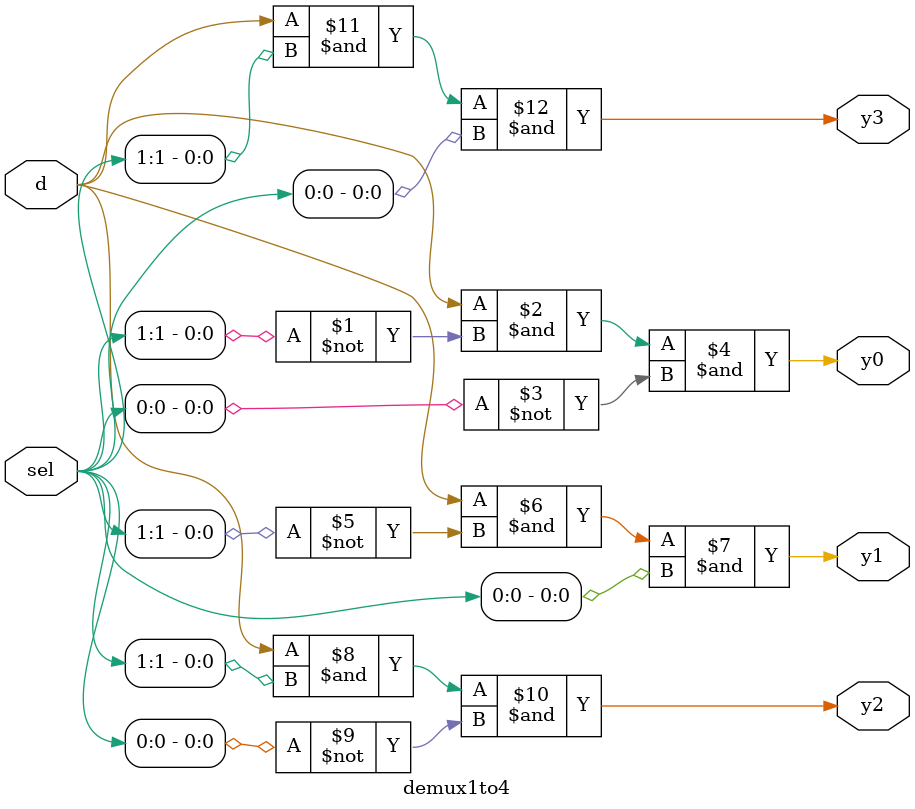
<source format=v>
module demux1to4(
    input  d,
    input  [1:0] sel,
    output y0, y1, y2, y3
);
    assign y0 = d & ~sel[1] & ~sel[0];
    assign y1 = d & ~sel[1] & sel[0];
    assign y2 = d & sel[1] & ~sel[0];
    assign y3 = d & sel[1] & sel[0];
endmodule


</source>
